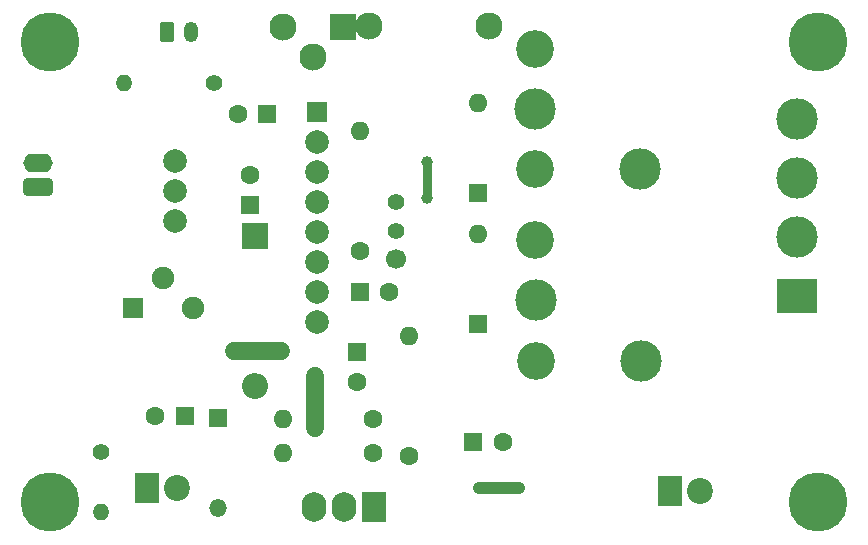
<source format=gbr>
%TF.GenerationSoftware,KiCad,Pcbnew,7.0.9*%
%TF.CreationDate,2023-11-29T12:33:43+01:00*%
%TF.ProjectId,Zabezpieczenie UPC1237,5a616265-7a70-4696-9563-7a656e696520,rev?*%
%TF.SameCoordinates,Original*%
%TF.FileFunction,Copper,L1,Top*%
%TF.FilePolarity,Positive*%
%FSLAX46Y46*%
G04 Gerber Fmt 4.6, Leading zero omitted, Abs format (unit mm)*
G04 Created by KiCad (PCBNEW 7.0.9) date 2023-11-29 12:33:43*
%MOMM*%
%LPD*%
G01*
G04 APERTURE LIST*
G04 Aperture macros list*
%AMRoundRect*
0 Rectangle with rounded corners*
0 $1 Rounding radius*
0 $2 $3 $4 $5 $6 $7 $8 $9 X,Y pos of 4 corners*
0 Add a 4 corners polygon primitive as box body*
4,1,4,$2,$3,$4,$5,$6,$7,$8,$9,$2,$3,0*
0 Add four circle primitives for the rounded corners*
1,1,$1+$1,$2,$3*
1,1,$1+$1,$4,$5*
1,1,$1+$1,$6,$7*
1,1,$1+$1,$8,$9*
0 Add four rect primitives between the rounded corners*
20,1,$1+$1,$2,$3,$4,$5,0*
20,1,$1+$1,$4,$5,$6,$7,0*
20,1,$1+$1,$6,$7,$8,$9,0*
20,1,$1+$1,$8,$9,$2,$3,0*%
G04 Aperture macros list end*
%TA.AperFunction,ComponentPad*%
%ADD10O,1.400000X1.400000*%
%TD*%
%TA.AperFunction,ComponentPad*%
%ADD11C,1.400000*%
%TD*%
%TA.AperFunction,ComponentPad*%
%ADD12RoundRect,0.250000X-0.350000X-0.625000X0.350000X-0.625000X0.350000X0.625000X-0.350000X0.625000X0*%
%TD*%
%TA.AperFunction,ComponentPad*%
%ADD13O,1.200000X1.750000*%
%TD*%
%TA.AperFunction,ComponentPad*%
%ADD14R,1.600000X1.600000*%
%TD*%
%TA.AperFunction,ComponentPad*%
%ADD15C,1.600000*%
%TD*%
%TA.AperFunction,ComponentPad*%
%ADD16R,2.200000X2.200000*%
%TD*%
%TA.AperFunction,ComponentPad*%
%ADD17O,2.200000X2.200000*%
%TD*%
%TA.AperFunction,ComponentPad*%
%ADD18O,1.600000X1.600000*%
%TD*%
%TA.AperFunction,ComponentPad*%
%ADD19C,2.300000*%
%TD*%
%TA.AperFunction,ComponentPad*%
%ADD20R,1.800000X1.800000*%
%TD*%
%TA.AperFunction,ComponentPad*%
%ADD21C,2.000000*%
%TD*%
%TA.AperFunction,ComponentPad*%
%ADD22C,1.900000*%
%TD*%
%TA.AperFunction,ComponentPad*%
%ADD23R,3.500000X3.000000*%
%TD*%
%TA.AperFunction,ComponentPad*%
%ADD24C,3.500000*%
%TD*%
%TA.AperFunction,ComponentPad*%
%ADD25R,2.100000X2.500000*%
%TD*%
%TA.AperFunction,ComponentPad*%
%ADD26C,2.200000*%
%TD*%
%TA.AperFunction,ComponentPad*%
%ADD27C,3.200000*%
%TD*%
%TA.AperFunction,ComponentPad*%
%ADD28RoundRect,0.312500X0.937500X-0.437500X0.937500X0.437500X-0.937500X0.437500X-0.937500X-0.437500X0*%
%TD*%
%TA.AperFunction,ComponentPad*%
%ADD29O,2.500000X1.600000*%
%TD*%
%TA.AperFunction,ComponentPad*%
%ADD30O,2.100000X2.500000*%
%TD*%
%TA.AperFunction,ComponentPad*%
%ADD31R,2.300000X2.300000*%
%TD*%
%TA.AperFunction,ComponentPad*%
%ADD32C,1.700000*%
%TD*%
%TA.AperFunction,ComponentPad*%
%ADD33R,1.500000X1.500000*%
%TD*%
%TA.AperFunction,ComponentPad*%
%ADD34O,1.500000X1.500000*%
%TD*%
%TA.AperFunction,ComponentPad*%
%ADD35C,5.000000*%
%TD*%
%TA.AperFunction,ViaPad*%
%ADD36C,1.500000*%
%TD*%
%TA.AperFunction,ViaPad*%
%ADD37C,1.000000*%
%TD*%
%TA.AperFunction,Conductor*%
%ADD38C,1.000000*%
%TD*%
%TA.AperFunction,Conductor*%
%ADD39C,0.800000*%
%TD*%
%TA.AperFunction,Conductor*%
%ADD40C,1.500000*%
%TD*%
G04 APERTURE END LIST*
D10*
%TO.P,R17,2*%
%TO.N,Net-(J3-Pin_1)*%
X109290000Y-104500000D03*
D11*
%TO.P,R17,1*%
%TO.N,/OVERLOAD_DET*%
X116910000Y-104500000D03*
%TD*%
D12*
%TO.P,J3,1,Pin_1*%
%TO.N,Net-(J3-Pin_1)*%
X112900000Y-100150000D03*
D13*
%TO.P,J3,2,Pin_2*%
%TO.N,GND*%
X114900000Y-100150000D03*
%TD*%
D14*
%TO.P,C4,1*%
%TO.N,Net-(U1-VCC_ON_Mute)*%
X129194888Y-122200000D03*
D15*
%TO.P,C4,2*%
%TO.N,GND*%
X131694888Y-122200000D03*
%TD*%
D16*
%TO.P,D1,1,K*%
%TO.N,Net-(D1-K)*%
X120300000Y-117450000D03*
D17*
%TO.P,D1,2,A*%
%TO.N,Net-(D1-A)*%
X120300000Y-130150000D03*
%TD*%
D15*
%TO.P,R6,1*%
%TO.N,/INPUT_AC*%
X130310000Y-132900000D03*
D18*
%TO.P,R6,2*%
%TO.N,Net-(D1-A)*%
X122690000Y-132900000D03*
%TD*%
D14*
%TO.P,C5,1*%
%TO.N,Net-(D3-K)*%
X114405113Y-132700000D03*
D15*
%TO.P,C5,2*%
%TO.N,GND*%
X111905113Y-132700000D03*
%TD*%
D19*
%TO.P,R22,1*%
%TO.N,Net-(Q5-C)*%
X130020000Y-99700000D03*
%TO.P,R22,2*%
%TO.N,Net-(D2-A)*%
X140180000Y-99700000D03*
%TD*%
D14*
%TO.P,D2,1,K*%
%TO.N,Net-(D2-K)*%
X139200000Y-113810000D03*
D18*
%TO.P,D2,2,A*%
%TO.N,Net-(D2-A)*%
X139200000Y-106190000D03*
%TD*%
D14*
%TO.P,C7,1*%
%TO.N,Net-(U1-+VCC)*%
X129000000Y-127294888D03*
D15*
%TO.P,C7,2*%
%TO.N,GND*%
X129000000Y-129794888D03*
%TD*%
D20*
%TO.P,U1,1,Overload_Detector*%
%TO.N,/OVERLOAD_DET*%
X125600000Y-106960000D03*
D21*
%TO.P,U1,2,Output_Offset_Det.*%
%TO.N,Net-(U1-Output_Offset_Det.)*%
X125600000Y-109500000D03*
%TO.P,U1,3,Latch/Automat_Reset*%
%TO.N,Net-(U1-Latch{slash}Automat_Reset)*%
X125600000Y-112040000D03*
%TO.P,U1,4,AC_OFF_Detector*%
%TO.N,Net-(D1-K)*%
X125600000Y-114580000D03*
%TO.P,U1,5,GND*%
%TO.N,GND*%
X125600000Y-117120000D03*
%TO.P,U1,6,Output_Relay_Driver*%
%TO.N,Net-(U1-Output_Relay_Driver)*%
X125600000Y-119660000D03*
%TO.P,U1,7,VCC_ON_Mute*%
%TO.N,Net-(U1-VCC_ON_Mute)*%
X125600000Y-122200000D03*
%TO.P,U1,8,+VCC*%
%TO.N,Net-(U1-+VCC)*%
X125600000Y-124740000D03*
%TD*%
D20*
%TO.P,U2,1,REF*%
%TO.N,Net-(U2-REF)*%
X110050000Y-123550000D03*
D22*
%TO.P,U2,2,A*%
%TO.N,GND*%
X112590000Y-121010000D03*
%TO.P,U2,3,K*%
%TO.N,Net-(U2-K)*%
X115130000Y-123550000D03*
%TD*%
D23*
%TO.P,J4,1,Pin_1*%
%TO.N,/INPUT_L*%
X166200000Y-122500000D03*
D24*
%TO.P,J4,2,Pin_2*%
%TO.N,Net-(J4-Pin_2)*%
X166200000Y-117500000D03*
%TO.P,J4,3,Pin_3*%
%TO.N,/OUPUT_R*%
X166200000Y-112500000D03*
%TO.P,J4,4,Pin_4*%
%TO.N,/INPUT_R*%
X166200000Y-107500000D03*
%TD*%
D15*
%TO.P,R4,1*%
%TO.N,/VCC*%
X133400000Y-136080000D03*
D18*
%TO.P,R4,2*%
%TO.N,Net-(U1-+VCC)*%
X133400000Y-125920000D03*
%TD*%
D15*
%TO.P,R5,1*%
%TO.N,Net-(U1-Output_Relay_Driver)*%
X129200000Y-118680000D03*
D18*
%TO.P,R5,2*%
%TO.N,Net-(Q4-B)*%
X129200000Y-108520000D03*
%TD*%
D14*
%TO.P,C2,1*%
%TO.N,Net-(D1-K)*%
X119900000Y-114805113D03*
D15*
%TO.P,C2,2*%
%TO.N,GND*%
X119900000Y-112305113D03*
%TD*%
D25*
%TO.P,D5,1,K*%
%TO.N,Net-(D5-K)*%
X155460000Y-139000000D03*
D26*
%TO.P,D5,2,A*%
%TO.N,Net-(D5-A)*%
X158000000Y-139000000D03*
%TD*%
D25*
%TO.P,D4,1,K*%
%TO.N,Net-(D4-K)*%
X111160000Y-138800000D03*
D26*
%TO.P,D4,2,A*%
%TO.N,Net-(D3-K)*%
X113700000Y-138800000D03*
%TD*%
D11*
%TO.P,C3,1*%
%TO.N,Net-(U1-Latch{slash}Automat_Reset)*%
X132300000Y-114550000D03*
%TO.P,C3,2*%
%TO.N,GND*%
X132300000Y-117050000D03*
%TD*%
%TO.P,R11,1*%
%TO.N,Net-(Q2-C)*%
X107300000Y-135710000D03*
D10*
%TO.P,R11,2*%
%TO.N,Net-(D4-K)*%
X107300000Y-140790000D03*
%TD*%
D14*
%TO.P,C9,1*%
%TO.N,/VCC*%
X138800000Y-134900000D03*
D15*
%TO.P,C9,2*%
%TO.N,GND*%
X141300000Y-134900000D03*
%TD*%
D24*
%TO.P,K2,13*%
%TO.N,Net-(J4-Pin_2)*%
X144120000Y-122890000D03*
%TO.P,K2,14*%
%TO.N,/INPUT_L*%
X152990000Y-128000000D03*
D27*
%TO.P,K2,A1*%
%TO.N,Net-(D2-K)*%
X144050000Y-117810000D03*
%TO.P,K2,A2*%
%TO.N,/VCC*%
X144100000Y-128000000D03*
%TD*%
D28*
%TO.P,J1,1,Pin_1*%
%TO.N,GND*%
X102000000Y-113300000D03*
D29*
%TO.P,J1,2,Pin_2*%
%TO.N,Net-(J1-Pin_2)*%
X102000000Y-111300000D03*
%TD*%
D27*
%TO.P,K1,A2*%
%TO.N,Net-(D2-K)*%
X144060000Y-111760000D03*
%TO.P,K1,A1*%
%TO.N,Net-(D2-A)*%
X144010000Y-101570000D03*
D24*
%TO.P,K1,14*%
%TO.N,/OUPUT_R*%
X152950000Y-111760000D03*
%TO.P,K1,13*%
%TO.N,/INPUT_R*%
X144080000Y-106650000D03*
%TD*%
D14*
%TO.P,D6,1,K*%
%TO.N,/VCC*%
X139200000Y-124910000D03*
D18*
%TO.P,D6,2,A*%
%TO.N,Net-(D2-K)*%
X139200000Y-117290000D03*
%TD*%
D25*
%TO.P,J2,1,Pin_1*%
%TO.N,/VCC*%
X130440000Y-140400000D03*
D30*
%TO.P,J2,2,Pin_2*%
%TO.N,/INPUT_AC*%
X127900000Y-140400000D03*
%TO.P,J2,3,Pin_3*%
%TO.N,GND*%
X125360000Y-140400000D03*
%TD*%
D31*
%TO.P,Q5,1,C*%
%TO.N,Net-(Q5-C)*%
X127750000Y-99750000D03*
D19*
%TO.P,Q5,2,B*%
%TO.N,Net-(Q5-B)*%
X125210000Y-102290000D03*
%TO.P,Q5,3,E*%
%TO.N,GND*%
X122670000Y-99750000D03*
%TD*%
D14*
%TO.P,C1,1*%
%TO.N,Net-(U1-Output_Offset_Det.)*%
X121382380Y-107100000D03*
D15*
%TO.P,C1,2*%
%TO.N,GND*%
X118882380Y-107100000D03*
%TD*%
D32*
%TO.P,REF\u002A\u002A,1*%
%TO.N,GND*%
X132300000Y-119400000D03*
%TD*%
D33*
%TO.P,D3,1,K*%
%TO.N,Net-(D3-K)*%
X117200000Y-132885000D03*
D34*
%TO.P,D3,2,A*%
%TO.N,GND*%
X117200000Y-140505000D03*
%TD*%
D15*
%TO.P,R16,1*%
%TO.N,/VCC*%
X130310000Y-135800000D03*
D18*
%TO.P,R16,2*%
%TO.N,Net-(D3-K)*%
X122690000Y-135800000D03*
%TD*%
D21*
%TO.P,RV1,1,1*%
%TO.N,Net-(R12-Pad2)*%
X113600000Y-111120000D03*
%TO.P,RV1,2,2*%
%TO.N,Net-(D3-K)*%
X113600000Y-113660000D03*
%TO.P,RV1,3,3*%
X113600000Y-116200000D03*
%TD*%
D35*
%TO.P,REF\u002A\u002A,1*%
%TO.N,GND*%
X103000000Y-101000000D03*
%TD*%
%TO.P,REF\u002A\u002A,1*%
%TO.N,GND*%
X168000000Y-140000000D03*
%TD*%
%TO.P,REF\u002A\u002A,1*%
%TO.N,N/C*%
X168000000Y-101000000D03*
%TD*%
%TO.P,REF\u002A\u002A,1*%
%TO.N,GND*%
X103000000Y-140000000D03*
%TD*%
D36*
%TO.N,GND*%
X125400000Y-129300000D03*
X125400000Y-133700000D03*
X118600000Y-127200000D03*
X122500000Y-127200000D03*
D37*
%TO.N,Net-(Q3-B)*%
X142700000Y-138800000D03*
X139300000Y-138800000D03*
%TO.N,/VCC*%
X134900000Y-114200000D03*
X134900000Y-111200000D03*
%TD*%
D38*
%TO.N,Net-(Q3-B)*%
X142700000Y-138800000D02*
X139300000Y-138800000D01*
D39*
%TO.N,/VCC*%
X134900000Y-111200000D02*
X134900000Y-114200000D01*
D40*
%TO.N,GND*%
X125400000Y-129300000D02*
X125400000Y-133700000D01*
X118600000Y-127200000D02*
X122500000Y-127200000D01*
%TD*%
M02*

</source>
